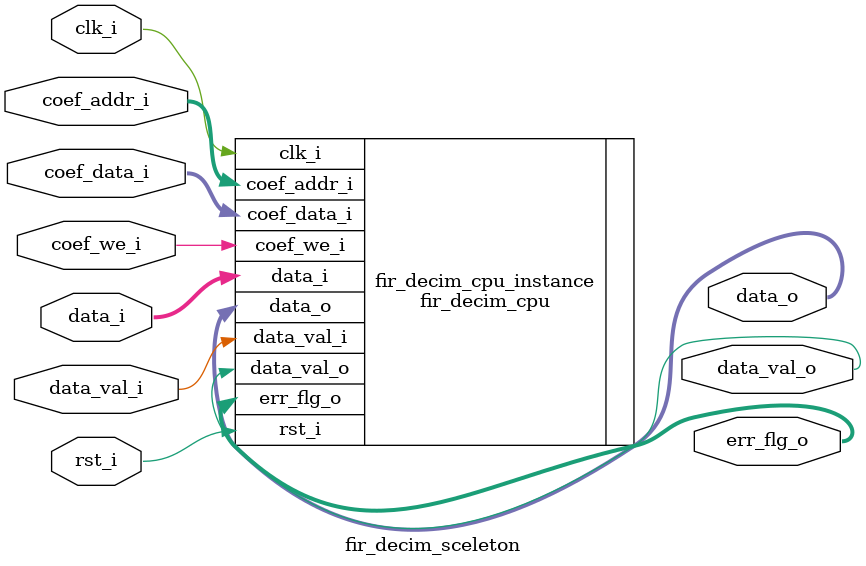
<source format=sv>
`timescale 1 ns / 1 ns

module fir_decim_sceleton
#(
  parameter FILTER_ORDER      = 256,
  parameter DECIMATION        = 32, 
  parameter COEF_FILE         = "fir_decim.mif", // FIR coefficient filename
  parameter DATA_WIDTH        = 16,
  parameter COEF_WIDTH        = 16,
  parameter USE_COEF_WRITE    = 0,
  parameter OUT_WIDTH         = 16,
  parameter PROCESSING_TYPE   = "TRUNC",
  parameter COEF_AWIDTH       = $clog2(FILTER_ORDER)
)
(
  input                             clk_i,
  input                             rst_i,
  
  input signed [DATA_WIDTH - 1:0]   data_i,     // Input data
  input                             data_val_i, // Input data valid flag
  
  // Coefficients write signal
  input                             coef_we_i,  
  input [COEF_AWIDTH - 1:0]         coef_addr_i,
  input [COEF_WIDTH - 1:0]          coef_data_i,
  
  output signed [OUT_WIDTH - 1:0]   data_o,
  output                            data_val_o,
  
  output [1:0]                      err_flg_o
);

// Computation unit
fir_decim_cpu #(
  .FILTER_ORDER     (FILTER_ORDER),
  .DECIMATION       (DECIMATION),
  .COEF_FILE        (COEF_FILE),
  .DATA_WIDTH       (DATA_WIDTH),
  .COEF_WIDTH       (COEF_WIDTH),
  .COEF_AWIDTH      (COEF_AWIDTH),
  .OUT_WIDTH        (OUT_WIDTH),
  .PROCESSING_TYPE  (PROCESSING_TYPE)
) fir_decim_cpu_instance (
  .clk_i            (clk_i),
  .rst_i            (rst_i),
  .data_i           (data_i),
  .data_val_i       (data_val_i),
  .coef_we_i        (coef_we_i),
  .coef_addr_i      (coef_addr_i),
  .coef_data_i      (coef_data_i),
  .data_o           (data_o),
  .data_val_o       (data_val_o),
  .err_flg_o        (err_flg_o)
);

endmodule 

</source>
